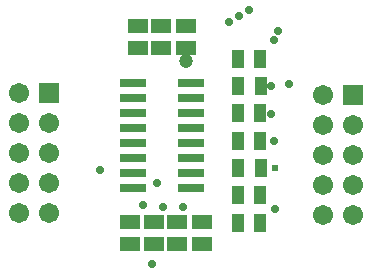
<source format=gts>
G04*
G04 #@! TF.GenerationSoftware,Altium Limited,Altium Designer,24.5.2 (23)*
G04*
G04 Layer_Color=8388736*
%FSLAX44Y44*%
%MOMM*%
G71*
G04*
G04 #@! TF.SameCoordinates,334194BA-0611-49C7-9BF9-9A22E77FB9F2*
G04*
G04*
G04 #@! TF.FilePolarity,Negative*
G04*
G01*
G75*
%ADD16R,1.1032X1.6032*%
%ADD17R,2.1844X0.7620*%
%ADD18R,1.6532X1.2032*%
%ADD19C,1.7112*%
%ADD20R,1.7112X1.7112*%
%ADD21C,0.7032*%
%ADD22C,0.6032*%
%ADD23C,1.2032*%
D16*
X1035230Y537522D02*
D03*
X1054230D02*
D03*
X1034764Y491250D02*
D03*
X1053764D02*
D03*
X1034816Y514338D02*
D03*
X1053816D02*
D03*
X1034987Y560651D02*
D03*
X1053987D02*
D03*
X1034985Y583823D02*
D03*
X1053985D02*
D03*
X1035194Y606483D02*
D03*
X1054194D02*
D03*
X1035050Y629920D02*
D03*
X1054050D02*
D03*
D17*
X995426Y609600D02*
D03*
Y596900D02*
D03*
Y584200D02*
D03*
Y571500D02*
D03*
Y558800D02*
D03*
Y546100D02*
D03*
Y533400D02*
D03*
Y520700D02*
D03*
X946150D02*
D03*
Y533400D02*
D03*
Y546100D02*
D03*
Y558800D02*
D03*
Y571500D02*
D03*
Y584200D02*
D03*
Y596900D02*
D03*
Y609600D02*
D03*
D18*
X1004202Y492026D02*
D03*
Y473027D02*
D03*
X983833Y492031D02*
D03*
Y473031D02*
D03*
X964075Y491982D02*
D03*
Y472982D02*
D03*
X943834Y492031D02*
D03*
Y473031D02*
D03*
X990648Y657788D02*
D03*
Y638788D02*
D03*
X970280Y657810D02*
D03*
Y638810D02*
D03*
X949997Y657774D02*
D03*
Y638774D02*
D03*
D19*
X1107440Y497840D02*
D03*
X1132840D02*
D03*
X1107440Y523240D02*
D03*
X1132840D02*
D03*
X1107440Y548640D02*
D03*
X1132840D02*
D03*
X1107440Y574040D02*
D03*
X1132840D02*
D03*
X1107440Y599440D02*
D03*
X849630Y499110D02*
D03*
X875030D02*
D03*
X849630Y524510D02*
D03*
X875030D02*
D03*
X849630Y549910D02*
D03*
X875030D02*
D03*
X849630Y575310D02*
D03*
X875030D02*
D03*
X849630Y600710D02*
D03*
D20*
X1132840Y599440D02*
D03*
X875030Y600710D02*
D03*
D21*
X1069340Y653796D02*
D03*
X1065276Y645668D02*
D03*
X1044448Y670814D02*
D03*
X966206Y524380D02*
D03*
X954532Y506476D02*
D03*
X988659Y504190D02*
D03*
X971550Y504444D02*
D03*
X1004202Y492026D02*
D03*
X1053524Y491490D02*
D03*
X1053816Y514338D02*
D03*
X1065621Y560218D02*
D03*
X1035812Y665734D02*
D03*
X1027684Y661162D02*
D03*
X918210Y535686D02*
D03*
X1062990Y607060D02*
D03*
Y582930D02*
D03*
X1066800Y502823D02*
D03*
X1078230Y608330D02*
D03*
X962660Y455930D02*
D03*
D22*
X1066337Y537546D02*
D03*
D23*
X991362Y627888D02*
D03*
M02*

</source>
